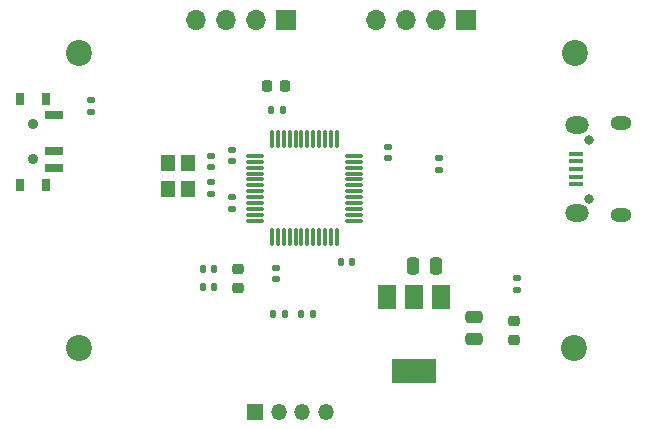
<source format=gbr>
%TF.GenerationSoftware,KiCad,Pcbnew,7.0.10*%
%TF.CreationDate,2024-01-07T18:15:16+00:00*%
%TF.ProjectId,green_storm,67726565-6e5f-4737-946f-726d2e6b6963,rev?*%
%TF.SameCoordinates,Original*%
%TF.FileFunction,Soldermask,Top*%
%TF.FilePolarity,Negative*%
%FSLAX46Y46*%
G04 Gerber Fmt 4.6, Leading zero omitted, Abs format (unit mm)*
G04 Created by KiCad (PCBNEW 7.0.10) date 2024-01-07 18:15:16*
%MOMM*%
%LPD*%
G01*
G04 APERTURE LIST*
G04 Aperture macros list*
%AMRoundRect*
0 Rectangle with rounded corners*
0 $1 Rounding radius*
0 $2 $3 $4 $5 $6 $7 $8 $9 X,Y pos of 4 corners*
0 Add a 4 corners polygon primitive as box body*
4,1,4,$2,$3,$4,$5,$6,$7,$8,$9,$2,$3,0*
0 Add four circle primitives for the rounded corners*
1,1,$1+$1,$2,$3*
1,1,$1+$1,$4,$5*
1,1,$1+$1,$6,$7*
1,1,$1+$1,$8,$9*
0 Add four rect primitives between the rounded corners*
20,1,$1+$1,$2,$3,$4,$5,0*
20,1,$1+$1,$4,$5,$6,$7,0*
20,1,$1+$1,$6,$7,$8,$9,0*
20,1,$1+$1,$8,$9,$2,$3,0*%
G04 Aperture macros list end*
%ADD10RoundRect,0.140000X-0.170000X0.140000X-0.170000X-0.140000X0.170000X-0.140000X0.170000X0.140000X0*%
%ADD11RoundRect,0.140000X0.170000X-0.140000X0.170000X0.140000X-0.170000X0.140000X-0.170000X-0.140000X0*%
%ADD12RoundRect,0.218750X-0.256250X0.218750X-0.256250X-0.218750X0.256250X-0.218750X0.256250X0.218750X0*%
%ADD13RoundRect,0.250000X0.475000X-0.250000X0.475000X0.250000X-0.475000X0.250000X-0.475000X-0.250000X0*%
%ADD14RoundRect,0.135000X-0.185000X0.135000X-0.185000X-0.135000X0.185000X-0.135000X0.185000X0.135000X0*%
%ADD15RoundRect,0.140000X0.140000X0.170000X-0.140000X0.170000X-0.140000X-0.170000X0.140000X-0.170000X0*%
%ADD16RoundRect,0.135000X0.185000X-0.135000X0.185000X0.135000X-0.185000X0.135000X-0.185000X-0.135000X0*%
%ADD17RoundRect,0.225000X-0.225000X-0.250000X0.225000X-0.250000X0.225000X0.250000X-0.225000X0.250000X0*%
%ADD18R,1.700000X1.700000*%
%ADD19O,1.700000X1.700000*%
%ADD20R,1.350000X1.350000*%
%ADD21O,1.350000X1.350000*%
%ADD22C,2.200000*%
%ADD23RoundRect,0.135000X-0.135000X-0.185000X0.135000X-0.185000X0.135000X0.185000X-0.135000X0.185000X0*%
%ADD24RoundRect,0.250000X-0.250000X-0.475000X0.250000X-0.475000X0.250000X0.475000X-0.250000X0.475000X0*%
%ADD25O,0.800000X0.800000*%
%ADD26R,1.300000X0.450000*%
%ADD27O,1.800000X1.150000*%
%ADD28O,2.000000X1.450000*%
%ADD29RoundRect,0.135000X0.135000X0.185000X-0.135000X0.185000X-0.135000X-0.185000X0.135000X-0.185000X0*%
%ADD30RoundRect,0.075000X-0.662500X-0.075000X0.662500X-0.075000X0.662500X0.075000X-0.662500X0.075000X0*%
%ADD31RoundRect,0.075000X-0.075000X-0.662500X0.075000X-0.662500X0.075000X0.662500X-0.075000X0.662500X0*%
%ADD32RoundRect,0.140000X-0.140000X-0.170000X0.140000X-0.170000X0.140000X0.170000X-0.140000X0.170000X0*%
%ADD33R,1.500000X2.000000*%
%ADD34R,3.800000X2.000000*%
%ADD35R,0.800000X1.000000*%
%ADD36C,0.900000*%
%ADD37R,1.500000X0.700000*%
%ADD38R,1.200000X1.400000*%
G04 APERTURE END LIST*
D10*
%TO.C,C11*%
X64643000Y-98199000D03*
X64643000Y-99159000D03*
%TD*%
D11*
%TO.C,C12*%
X59182000Y-89662000D03*
X59182000Y-88702000D03*
%TD*%
D12*
%TO.C,D1*%
X84836000Y-102692000D03*
X84836000Y-104267000D03*
%TD*%
D13*
%TO.C,C2*%
X81407000Y-104201000D03*
X81407000Y-102301000D03*
%TD*%
D14*
%TO.C,R3*%
X78486000Y-88898000D03*
X78486000Y-89918000D03*
%TD*%
D15*
%TO.C,C5*%
X71092000Y-97663000D03*
X70132000Y-97663000D03*
%TD*%
D16*
%TO.C,R2*%
X49022000Y-84965000D03*
X49022000Y-83945000D03*
%TD*%
D17*
%TO.C,C3*%
X63868000Y-82804000D03*
X65418000Y-82804000D03*
%TD*%
D18*
%TO.C,J3*%
X65522000Y-77216000D03*
D19*
X62982000Y-77216000D03*
X60442000Y-77216000D03*
X57902000Y-77216000D03*
%TD*%
D20*
%TO.C,J4*%
X62865000Y-110363000D03*
D21*
X64865000Y-110363000D03*
X66865000Y-110363000D03*
X68865000Y-110363000D03*
%TD*%
D22*
%TO.C,H2*%
X89916000Y-105000000D03*
%TD*%
D23*
%TO.C,R5*%
X66800000Y-102108000D03*
X67820000Y-102108000D03*
%TD*%
D15*
%TO.C,C10*%
X59436000Y-99822000D03*
X58476000Y-99822000D03*
%TD*%
D22*
%TO.C,H4*%
X48000000Y-80000000D03*
%TD*%
D15*
%TO.C,C9*%
X59436000Y-98298000D03*
X58476000Y-98298000D03*
%TD*%
D24*
%TO.C,C1*%
X76266000Y-98044000D03*
X78166000Y-98044000D03*
%TD*%
D10*
%TO.C,C6*%
X74168000Y-87912000D03*
X74168000Y-88872000D03*
%TD*%
D22*
%TO.C,H1*%
X48000000Y-105000000D03*
%TD*%
D25*
%TO.C,J1*%
X91143000Y-92319000D03*
X91143000Y-87319000D03*
D26*
X90043000Y-91119000D03*
X90043000Y-90469000D03*
X90043000Y-89819000D03*
X90043000Y-89169000D03*
X90043000Y-88519000D03*
D27*
X93893000Y-93694000D03*
D28*
X90093000Y-93544000D03*
X90093000Y-86094000D03*
D27*
X93893000Y-85944000D03*
%TD*%
D18*
%TO.C,J2*%
X80772000Y-77216000D03*
D19*
X78232000Y-77216000D03*
X75692000Y-77216000D03*
X73152000Y-77216000D03*
%TD*%
D29*
%TO.C,R4*%
X65407000Y-102108000D03*
X64387000Y-102108000D03*
%TD*%
D22*
%TO.C,H3*%
X90000000Y-80000000D03*
%TD*%
D30*
%TO.C,U2*%
X62893500Y-88690000D03*
X62893500Y-89190000D03*
X62893500Y-89690000D03*
X62893500Y-90190000D03*
X62893500Y-90690000D03*
X62893500Y-91190000D03*
X62893500Y-91690000D03*
X62893500Y-92190000D03*
X62893500Y-92690000D03*
X62893500Y-93190000D03*
X62893500Y-93690000D03*
X62893500Y-94190000D03*
D31*
X64306000Y-95602500D03*
X64806000Y-95602500D03*
X65306000Y-95602500D03*
X65806000Y-95602500D03*
X66306000Y-95602500D03*
X66806000Y-95602500D03*
X67306000Y-95602500D03*
X67806000Y-95602500D03*
X68306000Y-95602500D03*
X68806000Y-95602500D03*
X69306000Y-95602500D03*
X69806000Y-95602500D03*
D30*
X71218500Y-94190000D03*
X71218500Y-93690000D03*
X71218500Y-93190000D03*
X71218500Y-92690000D03*
X71218500Y-92190000D03*
X71218500Y-91690000D03*
X71218500Y-91190000D03*
X71218500Y-90690000D03*
X71218500Y-90190000D03*
X71218500Y-89690000D03*
X71218500Y-89190000D03*
X71218500Y-88690000D03*
D31*
X69806000Y-87277500D03*
X69306000Y-87277500D03*
X68806000Y-87277500D03*
X68306000Y-87277500D03*
X67806000Y-87277500D03*
X67306000Y-87277500D03*
X66806000Y-87277500D03*
X66306000Y-87277500D03*
X65806000Y-87277500D03*
X65306000Y-87277500D03*
X64806000Y-87277500D03*
X64306000Y-87277500D03*
%TD*%
D11*
%TO.C,C13*%
X59182000Y-91892000D03*
X59182000Y-90932000D03*
%TD*%
D32*
%TO.C,C7*%
X64262000Y-84836000D03*
X65222000Y-84836000D03*
%TD*%
D33*
%TO.C,U1*%
X78627000Y-100609000D03*
X76327000Y-100609000D03*
D34*
X76327000Y-106909000D03*
D33*
X74027000Y-100609000D03*
%TD*%
D12*
%TO.C,FB1*%
X61468000Y-98272500D03*
X61468000Y-99847500D03*
%TD*%
D11*
%TO.C,C8*%
X60960000Y-93162000D03*
X60960000Y-92202000D03*
%TD*%
D35*
%TO.C,SW1*%
X45197000Y-83853000D03*
X42987000Y-83853000D03*
D36*
X44087000Y-86003000D03*
X44087000Y-89003000D03*
D35*
X45197000Y-91153000D03*
X42987000Y-91153000D03*
D37*
X45847000Y-85253000D03*
X45847000Y-88253000D03*
X45847000Y-89753000D03*
%TD*%
D38*
%TO.C,Y1*%
X55538000Y-89324000D03*
X55538000Y-91524000D03*
X57238000Y-91524000D03*
X57238000Y-89324000D03*
%TD*%
D16*
%TO.C,R1*%
X85090000Y-100078000D03*
X85090000Y-99058000D03*
%TD*%
D11*
%TO.C,C4*%
X60960000Y-89126000D03*
X60960000Y-88166000D03*
%TD*%
M02*

</source>
